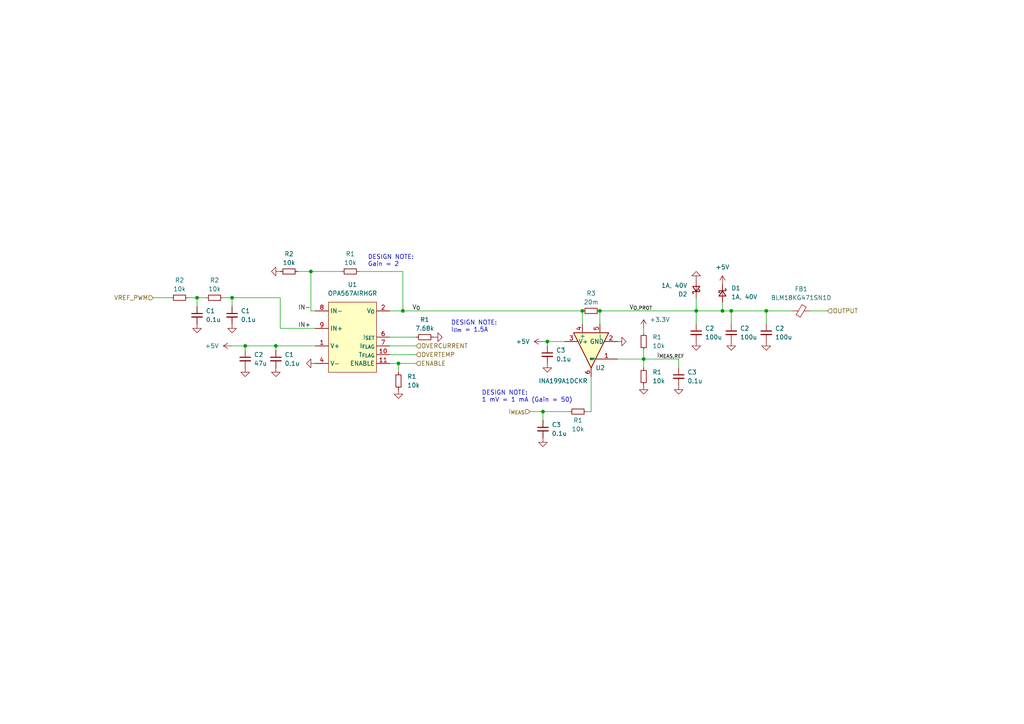
<source format=kicad_sch>
(kicad_sch (version 20230121) (generator eeschema)
  (paper "A4")
  (lib_symbols
    (symbol "Amplifier_Current:INA199xxDCK" (pin_names (offset 0.127))
      (property "Reference" "U" (at 3.81 3.81 0))
      (property "Value" "INA199xxDCK" (at 3.81 -2.54 0))
      (symbol "INA199xxDCK_0_1"
        (polyline (pts (xy 5.08 0) (xy -5.08 5.08) (xy -5.08 -5.08) (xy 5.08 0)) (stroke (width 0.254)) (fill (type background)))
      )
      (symbol "INA199xxDCK_1_1"
        (pin input line (at 2.54 -7.62 90) (length 6.35) (name "REF") (number "1"))
        (pin power_in line (at -2.54 -7.62 90) (length 3.81) (name "GND") (number "2"))
        (pin power_in line (at -2.54 7.62 270) (length 3.81) (name "V+") (number "3"))
        (pin input line (at -7.62 2.54 0) (length 2.54) (name "+") (number "4"))
        (pin input line (at -7.62 -2.54 0) (length 2.54) (name "-") (number "5"))
        (pin output line (at 7.62 0 180) (length 2.54) (name "~") (number "6"))
      )
    )
    (symbol "Device:C_Small" (pin_numbers hide) (pin_names (offset 0.254) hide)
      (property "Reference" "C" (at 0.254 1.778 0))
      (property "Value" "C_Small" (at 0.254 -2.032 0))
      (symbol "C_Small_0_1"
        (polyline (pts (xy -1.524 -0.508) (xy 1.524 -0.508)) (stroke (width 0.3302)))
        (polyline (pts (xy -1.524 0.508) (xy 1.524 0.508)) (stroke (width 0.3048)))
      )
      (symbol "C_Small_1_1"
        (pin passive line (at 0 2.54 270) (length 2.032) (name "~") (number "1"))
        (pin passive line (at 0 -2.54 90) (length 2.032) (name "~") (number "2"))
      )
    )
    (symbol "Device:D_Schottky_Small" (pin_numbers hide) (pin_names (offset 0.254) hide)
      (property "Reference" "D" (at -1.27 2.032 0))
      (property "Value" "D_Schottky_Small" (at -7.112 -2.032 0))
      (symbol "D_Schottky_Small_0_1"
        (polyline (pts (xy -0.762 0) (xy 0.762 0)))
        (polyline (pts (xy 0.762 -1.016) (xy -0.762 0) (xy 0.762 1.016) (xy 0.762 -1.016)) (stroke (width 0.254)))
        (polyline (pts (xy -1.27 0.762) (xy -1.27 1.016) (xy -0.762 1.016) (xy -0.762 -1.016) (xy -0.254 -1.016) (xy -0.254 -0.762)) (stroke (width 0.254)))
      )
      (symbol "D_Schottky_Small_1_1"
        (pin passive line (at -2.54 0 0) (length 1.778) (name "K") (number "1"))
        (pin passive line (at 2.54 0 180) (length 1.778) (name "A") (number "2"))
      )
    )
    (symbol "Device:FerriteBead_Small" (pin_numbers hide) (pin_names (offset 0))
      (property "Reference" "FB" (at 1.905 1.27 0))
      (property "Value" "FerriteBead_Small" (at 1.905 -1.27 0))
      (symbol "FerriteBead_Small_0_1"
        (polyline (pts (xy 0 -1.27) (xy 0 -0.7874)))
        (polyline (pts (xy 0 0.889) (xy 0 1.2954)))
        (polyline (pts (xy -1.8288 0.2794) (xy -1.1176 1.4986) (xy 1.8288 -0.2032) (xy 1.1176 -1.4224) (xy -1.8288 0.2794)))
      )
      (symbol "FerriteBead_Small_1_1"
        (pin passive line (at 0 2.54 270) (length 1.27) (name "~") (number "1"))
        (pin passive line (at 0 -2.54 90) (length 1.27) (name "~") (number "2"))
      )
    )
    (symbol "Device:R_Small" (pin_numbers hide) (pin_names (offset 0.254) hide)
      (property "Reference" "R" (at 0.762 0.508 0))
      (property "Value" "R_Small" (at 0.762 -1.016 0))
      (symbol "R_Small_0_1"
        (rectangle (start -0.762 1.778) (end 0.762 -1.778) (stroke (width 0.2032)))
      )
      (symbol "R_Small_1_1"
        (pin passive line (at 0 2.54 270) (length 0.762) (name "~") (number "1"))
        (pin passive line (at 0 -2.54 90) (length 0.762) (name "~") (number "2"))
      )
    )
    (symbol "opamp:OPA567"
      (property "Reference" "U" (at 7.62 1.27 0))
      (property "Value" "OPA567AIRHGR" (at 6.35 -21.59 0))
      (symbol "OPA567_1_1"
        (rectangle (start 0 0) (end 13.97 -20.32) (fill (type background)))
        (pin power_in line (at -3.81 -12.7 0) (length 3.81) (name "V+") (number "1"))
        (pin passive line (at 17.78 -15.24 180) (length 3.81) (name "T_{FLAG}") (number "10"))
        (pin passive line (at 17.78 -17.78 180) (length 3.81) (name "ENABLE") (number "11"))
        (pin passive line (at -3.81 -12.7 0) (length 3.81) hide (name "V+") (number "12"))
        (pin passive line (at -3.81 -17.78 0) (length 3.81) hide (name "V-") (number "13"))
        (pin output line (at 17.78 -2.54 180) (length 3.81) (name "V_{O}") (number "2"))
        (pin passive line (at 17.78 -2.54 180) (length 3.81) hide (name "V_{O}") (number "3"))
        (pin power_in line (at -3.81 -17.78 0) (length 3.81) (name "V-") (number "4"))
        (pin passive line (at -3.81 -17.78 0) (length 3.81) hide (name "V-") (number "5"))
        (pin passive line (at 17.78 -10.16 180) (length 3.81) (name "I_{SET}") (number "6"))
        (pin passive line (at 17.78 -12.7 180) (length 3.81) (name "I_{FLAG}") (number "7"))
        (pin passive line (at -3.81 -2.54 0) (length 3.81) (name "IN-") (number "8"))
        (pin passive line (at -3.81 -7.62 0) (length 3.81) (name "IN+") (number "9"))
      )
    )
    (symbol "power:+3.3V" (power) (pin_names (offset 0))
      (property "Value" "+3.3V" (at 0 3.556 0))
      (symbol "+3.3V_0_1"
        (polyline (pts (xy -0.762 1.27) (xy 0 2.54)))
        (polyline (pts (xy 0 0) (xy 0 2.54)))
        (polyline (pts (xy 0 2.54) (xy 0.762 1.27)))
      )
      (symbol "+3.3V_1_1"
        (pin power_in line (at 0 0 90) (length 0) hide (name "+3.3V") (number "1"))
      )
    )
    (symbol "power:+5V" (power) (pin_names (offset 0))
      (property "Value" "+5V" (at 0 3.556 0))
      (symbol "+5V_0_1"
        (polyline (pts (xy -0.762 1.27) (xy 0 2.54)))
        (polyline (pts (xy 0 0) (xy 0 2.54)))
        (polyline (pts (xy 0 2.54) (xy 0.762 1.27)))
      )
      (symbol "+5V_1_1"
        (pin power_in line (at 0 0 90) (length 0) hide (name "+5V") (number "1"))
      )
    )
    (symbol "power:GND" (power) (pin_names (offset 0))
      (property "Value" "GND" (at 0 -3.81 0))
      (symbol "GND_0_1"
        (polyline (pts (xy 0 0) (xy 0 -1.27) (xy 1.27 -1.27) (xy 0 -2.54) (xy -1.27 -1.27) (xy 0 -1.27)))
      )
      (symbol "GND_1_1"
        (pin power_in line (at 0 0 270) (length 0) hide (name "GND") (number "1"))
      )
    )
  )
  (junction (at 201.93 90.17))
  (junction (at 168.91 90.17))
  (junction (at 158.75 99.06))
  (junction (at 67.31 86.36))
  (junction (at 80.01 100.33))
  (junction (at 57.15 86.36))
  (junction (at 115.57 105.41))
  (junction (at 209.55 90.17))
  (junction (at 173.99 90.17))
  (junction (at 222.25 90.17))
  (junction (at 157.48 119.38))
  (junction (at 212.09 90.17))
  (junction (at 90.17 78.74))
  (junction (at 116.84 90.17))
  (junction (at 186.69 104.14))
  (junction (at 71.12 100.33))
  (wire (pts (xy 179.07 104.14) (xy 186.69 104.14)))
  (wire (pts (xy 196.85 104.14) (xy 196.85 106.68)))
  (wire (pts (xy 80.01 100.33) (xy 80.01 101.6)))
  (wire (pts (xy 158.75 99.06) (xy 158.75 100.33)))
  (wire (pts (xy 113.03 90.17) (xy 116.84 90.17)))
  (wire (pts (xy 157.48 119.38) (xy 165.1 119.38)))
  (wire (pts (xy 234.95 90.17) (xy 240.03 90.17)))
  (wire (pts (xy 157.48 99.06) (xy 158.75 99.06)))
  (wire (pts (xy 115.57 105.41) (xy 113.03 105.41)))
  (wire (pts (xy 54.61 86.36) (xy 57.15 86.36)))
  (wire (pts (xy 90.17 90.17) (xy 90.17 78.74)))
  (wire (pts (xy 116.84 78.74) (xy 104.14 78.74)))
  (wire (pts (xy 186.69 104.14) (xy 186.69 106.68)))
  (wire (pts (xy 170.18 119.38) (xy 171.45 119.38)))
  (wire (pts (xy 67.31 86.36) (xy 67.31 88.9)))
  (wire (pts (xy 86.36 78.74) (xy 90.17 78.74)))
  (wire (pts (xy 44.45 86.36) (xy 49.53 86.36)))
  (wire (pts (xy 186.69 104.14) (xy 196.85 104.14)))
  (wire (pts (xy 186.69 101.6) (xy 186.69 104.14)))
  (wire (pts (xy 57.15 86.36) (xy 59.69 86.36)))
  (wire (pts (xy 157.48 119.38) (xy 157.48 121.92)))
  (wire (pts (xy 212.09 90.17) (xy 212.09 93.98)))
  (wire (pts (xy 171.45 109.22) (xy 171.45 119.38)))
  (wire (pts (xy 57.15 86.36) (xy 57.15 88.9)))
  (wire (pts (xy 113.03 97.79) (xy 120.65 97.79)))
  (wire (pts (xy 222.25 90.17) (xy 222.25 93.98)))
  (wire (pts (xy 120.65 102.87) (xy 113.03 102.87)))
  (wire (pts (xy 209.55 90.17) (xy 212.09 90.17)))
  (wire (pts (xy 71.12 100.33) (xy 80.01 100.33)))
  (wire (pts (xy 81.28 95.25) (xy 91.44 95.25)))
  (wire (pts (xy 153.67 119.38) (xy 157.48 119.38)))
  (wire (pts (xy 201.93 90.17) (xy 209.55 90.17)))
  (wire (pts (xy 186.69 95.25) (xy 186.69 96.52)))
  (wire (pts (xy 168.91 90.17) (xy 168.91 93.98)))
  (wire (pts (xy 64.77 86.36) (xy 67.31 86.36)))
  (wire (pts (xy 67.31 86.36) (xy 81.28 86.36)))
  (wire (pts (xy 120.65 105.41) (xy 115.57 105.41)))
  (wire (pts (xy 81.28 86.36) (xy 81.28 95.25)))
  (wire (pts (xy 116.84 90.17) (xy 168.91 90.17)))
  (wire (pts (xy 201.93 90.17) (xy 201.93 93.98)))
  (wire (pts (xy 158.75 99.06) (xy 163.83 99.06)))
  (wire (pts (xy 71.12 100.33) (xy 71.12 101.6)))
  (wire (pts (xy 120.65 100.33) (xy 113.03 100.33)))
  (wire (pts (xy 115.57 105.41) (xy 115.57 107.95)))
  (wire (pts (xy 91.44 90.17) (xy 90.17 90.17)))
  (wire (pts (xy 212.09 90.17) (xy 222.25 90.17)))
  (wire (pts (xy 201.93 86.36) (xy 201.93 90.17)))
  (wire (pts (xy 90.17 78.74) (xy 99.06 78.74)))
  (wire (pts (xy 173.99 90.17) (xy 173.99 93.98)))
  (wire (pts (xy 67.31 100.33) (xy 71.12 100.33)))
  (wire (pts (xy 209.55 87.63) (xy 209.55 90.17)))
  (wire (pts (xy 222.25 90.17) (xy 229.87 90.17)))
  (wire (pts (xy 173.99 90.17) (xy 201.93 90.17)))
  (wire (pts (xy 116.84 90.17) (xy 116.84 78.74)))
  (wire (pts (xy 80.01 100.33) (xy 91.44 100.33)))
  (text "DESIGN NOTE:\n1 mV = 1 mA (Gain = 50)\n" (at 139.7 116.84 0) (effects (font (size 1.27 1.27)) (justify left bottom)))
  (text "DESIGN NOTE:\nI_{lim} = 1.5A" (at 130.81 96.52 0) (effects (font (size 1.27 1.27)) (justify left bottom)))
  (text "DESIGN NOTE:\nGain = 2" (at 106.68 77.47 0) (effects (font (size 1.27 1.27)) (justify left bottom)))
  (label "I_{MEAS,REF}" (at 190.5 104.14 0))
  (label "V_{O}" (at 121.92 90.17 180))
  (label "V_{O,PROT}" (at 189.23 90.17 180))
  (label "IN+" (at 90.17 95.25 180))
  (label "IN-" (at 90.17 90.17 180))
  (hierarchical_label "VREF_PWM" (shape input) (at 44.45 86.36 180))
  (hierarchical_label "OVERCURRENT" (shape input) (at 120.65 100.33 0))
  (hierarchical_label "OUTPUT" (shape input) (at 240.03 90.17 0))
  (hierarchical_label "OVERTEMP" (shape input) (at 120.65 102.87 0))
  (hierarchical_label "ENABLE" (shape input) (at 120.65 105.41 0))
  (hierarchical_label "I_{MEAS}" (shape input) (at 153.67 119.38 180))
  (symbol (lib_id "Device:FerriteBead_Small") (at 232.41 90.17 90) (unit 1)
    (property "Reference" "FB1" (at 232.3719 83.82 90))
    (property "Value" "BLM18KG471SN1D" (at 232.3719 86.36 90))
    (property "Footprint" "passive:R_0603" (effects hide))
  )
  (symbol (lib_id "power:GND") (at 71.12 106.68 0) (unit 1)
    (property "Reference" "#PWR03" (effects hide))
    (property "Value" "GND" (effects hide))
    (instances (project "battery-emulator" (path "" (reference "#PWR03") (unit 1)) (path "" (reference "#PWR02") (unit 1))))
  )
  (symbol (lib_id "Device:R_Small") (at 62.23 86.36 90) (unit 1)
    (property "Reference" "R2" (at 62.23 81.28 90))
    (property "Value" "10k" (at 62.23 83.82 90))
    (property "Footprint" "passive:R_0402" (effects hide))
    (instances (project "battery-emulator" (path "" (reference "R2") (unit 1)) (path "" (reference "R13") (unit 1))))
  )
  (symbol (lib_id "opamp:OPA567") (at 95.25 87.63 0) (unit 1)
    (property "Reference" "U1" (at 102.235 82.55 0))
    (property "Value" "OPA567AIRHGR" (at 102.235 85.09 0))
    (property "Footprint" "qfn:PVQFN-N12-1EP_5.0x5.0mm_P1.0mm_EP3.12x3.12mm" (effects hide))
    (property "Datasheet" "https://www.ti.com/lit/ds/symlink/opa567.pdf?HQS=dis-dk-null-digikeymode-dsf-pf-null-wwe&ts=1685771384465&ref_url=https%253A%252F%252Fwww.ti.com%252Fgeneral%252Fdocs%252Fsuppproductinfo.tsp%253FdistId%253D10%2526gotoUrl%253Dhttps%253A%252F%252Fwww.ti.com%252Flit%252Fgpn%252Fopa567" (effects hide))
  )
  (symbol (lib_id "power:GND") (at 201.93 99.06 0) (unit 1)
    (property "Reference" "#PWR03" (effects hide))
    (property "Value" "GND" (effects hide))
    (instances (project "battery-emulator" (path "" (reference "#PWR03") (unit 1)) (path "" (reference "#PWR062") (unit 1))))
  )
  (symbol (lib_id "Device:R_Small") (at 115.57 110.49 180) (unit 1)
    (property "Reference" "R1" (at 118.11 109.22 0) (effects (justify right)))
    (property "Value" "10k" (at 118.11 111.76 0) (effects (justify right)))
    (property "Footprint" "passive:R_0402" (effects hide))
    (instances (project "battery-emulator" (path "" (reference "R1") (unit 1)) (path "" (reference "R11") (unit 1))))
  )
  (symbol (lib_id "Device:D_Schottky_Small") (at 209.55 85.09 270) (unit 1)
    (property "Reference" "D1" (at 212.09 83.566 90) (effects (justify left)))
    (property "Value" "1A, 40V" (at 212.09 86.106 90) (effects (justify left)))
    (property "Footprint" "Diode_SMD:D_SOD-323" (effects hide))
  )
  (symbol (lib_id "Device:R_Small") (at 123.19 97.79 270) (unit 1)
    (property "Reference" "R1" (at 123.19 92.71 90))
    (property "Value" "7.68k" (at 123.19 95.25 90))
    (property "Footprint" "passive:R_0402" (effects hide))
    (instances (project "battery-emulator" (path "" (reference "R1") (unit 1)) (path "" (reference "R8") (unit 1))))
  )
  (symbol (lib_id "Device:C_Small") (at 67.31 91.44 0) (unit 1)
    (property "Reference" "C1" (at 69.85 90.1763 0) (effects (justify left)))
    (property "Value" "0.1u" (at 69.85 92.7163 0) (effects (justify left)))
    (property "Footprint" "passive:C_0402" (effects hide))
    (instances (project "battery-emulator" (path "" (reference "C1") (unit 1)) (path "" (reference "C21") (unit 1))))
  )
  (symbol (lib_id "power:+5V") (at 157.48 99.06 90) (unit 1)
    (property "Reference" "#PWR07" (effects hide))
    (property "Value" "+5V" (at 153.67 99.06 90) (effects (justify left)))
    (instances (project "battery-emulator" (path "" (reference "#PWR07") (unit 1)) (path "" (reference "#PWR06") (unit 1))))
  )
  (symbol (lib_id "power:GND") (at 91.44 105.41 270) (unit 1)
    (property "Reference" "#PWR01" (effects hide))
    (property "Value" "GND" (effects hide))
    (instances (project "battery-emulator" (path "" (reference "#PWR01") (unit 1)) (path "" (reference "#PWR05") (unit 1))))
  )
  (symbol (lib_id "power:GND") (at 158.75 105.41 0) (unit 1)
    (property "Reference" "#PWR08" (effects hide))
    (property "Value" "GND" (effects hide))
    (instances (project "battery-emulator" (path "" (reference "#PWR08") (unit 1)) (path "" (reference "#PWR07") (unit 1))))
  )
  (symbol (lib_id "Device:C_Small") (at 201.93 96.52 0) (unit 1)
    (property "Reference" "C2" (at 204.47 95.2563 0) (effects (justify left)))
    (property "Value" "100u" (at 204.47 97.7963 0) (effects (justify left)))
    (property "Footprint" "passive:C_1206" (effects hide))
    (instances (project "battery-emulator" (path "" (reference "C2") (unit 1)) (path "" (reference "C23") (unit 1))))
  )
  (symbol (lib_id "power:GND") (at 80.01 106.68 0) (unit 1)
    (property "Reference" "#PWR04" (effects hide))
    (property "Value" "GND" (effects hide))
    (instances (project "battery-emulator" (path "" (reference "#PWR04") (unit 1)) (path "" (reference "#PWR03") (unit 1))))
  )
  (symbol (lib_id "power:+5V") (at 67.31 100.33 90) (unit 1)
    (property "Reference" "#PWR02" (effects hide))
    (property "Value" "+5V" (at 63.5 100.33 90) (effects (justify left)))
    (instances (project "battery-emulator" (path "" (reference "#PWR02") (unit 1)) (path "" (reference "#PWR01") (unit 1))))
  )
  (symbol (lib_id "power:+5V") (at 209.55 82.55 0) (unit 1)
    (property "Reference" "#PWR09" (effects hide))
    (property "Value" "+5V" (at 209.55 77.47 0))
    (instances (project "battery-emulator" (path "" (reference "#PWR09") (unit 1)) (path "" (reference "#PWR010") (unit 1))))
  )
  (symbol (lib_id "power:GND") (at 81.28 78.74 270) (unit 1)
    (property "Reference" "#PWR05" (effects hide))
    (property "Value" "GND" (effects hide))
    (instances (project "battery-emulator" (path "" (reference "#PWR05") (unit 1)) (path "" (reference "#PWR04") (unit 1))))
  )
  (symbol (lib_id "Device:R_Small") (at 101.6 78.74 90) (unit 1)
    (property "Reference" "R1" (at 101.6 73.66 90))
    (property "Value" "10k" (at 101.6 76.2 90))
    (property "Footprint" "passive:R_0402" (effects hide))
    (instances (project "battery-emulator" (path "" (reference "R1") (unit 1)) (path "" (reference "R2") (unit 1))))
  )
  (symbol (lib_id "power:GND") (at 115.57 113.03 0) (unit 1)
    (property "Reference" "#PWR08" (effects hide))
    (property "Value" "GND" (effects hide))
    (instances (project "battery-emulator" (path "" (reference "#PWR08") (unit 1)) (path "" (reference "#PWR058") (unit 1))))
  )
  (symbol (lib_id "power:GND") (at 201.93 81.28 180) (unit 1)
    (property "Reference" "#PWR010" (effects hide))
    (property "Value" "GND" (effects hide))
    (instances (project "battery-emulator" (path "" (reference "#PWR010") (unit 1)) (path "" (reference "#PWR011") (unit 1))))
  )
  (symbol (lib_id "Device:C_Small") (at 57.15 91.44 0) (unit 1)
    (property "Reference" "C1" (at 59.69 90.1763 0) (effects (justify left)))
    (property "Value" "0.1u" (at 59.69 92.7163 0) (effects (justify left)))
    (property "Footprint" "passive:C_0402" (effects hide))
    (instances (project "battery-emulator" (path "" (reference "C1") (unit 1)) (path "" (reference "C20") (unit 1))))
  )
  (symbol (lib_id "Device:C_Small") (at 158.75 102.87 0) (unit 1)
    (property "Reference" "C3" (at 161.29 101.6063 0) (effects (justify left)))
    (property "Value" "0.1u" (at 161.29 104.1463 0) (effects (justify left)))
    (property "Footprint" "passive:C_0402" (effects hide))
  )
  (symbol (lib_id "power:GND") (at 125.73 97.79 90) (unit 1)
    (property "Reference" "#PWR08" (effects hide))
    (property "Value" "GND" (effects hide))
    (instances (project "battery-emulator" (path "" (reference "#PWR08") (unit 1)) (path "" (reference "#PWR019") (unit 1))))
  )
  (symbol (lib_id "power:GND") (at 212.09 99.06 0) (unit 1)
    (property "Reference" "#PWR03" (effects hide))
    (property "Value" "GND" (effects hide))
    (instances (project "battery-emulator" (path "" (reference "#PWR03") (unit 1)) (path "" (reference "#PWR09") (unit 1))))
  )
  (symbol (lib_id "Device:C_Small") (at 196.85 109.22 0) (unit 1)
    (property "Reference" "C3" (at 199.39 107.9563 0) (effects (justify left)))
    (property "Value" "0.1u" (at 199.39 110.4963 0) (effects (justify left)))
    (property "Footprint" "passive:C_0402" (effects hide))
    (instances (project "battery-emulator" (path "" (reference "C3") (unit 1)) (path "" (reference "C17") (unit 1))))
  )
  (symbol (lib_id "power:GND") (at 222.25 99.06 0) (unit 1)
    (property "Reference" "#PWR03" (effects hide))
    (property "Value" "GND" (effects hide))
    (instances (project "battery-emulator" (path "" (reference "#PWR03") (unit 1)) (path "" (reference "#PWR063") (unit 1))))
  )
  (symbol (lib_id "Device:R_Small") (at 52.07 86.36 90) (unit 1)
    (property "Reference" "R2" (at 52.07 81.28 90))
    (property "Value" "10k" (at 52.07 83.82 90))
    (property "Footprint" "passive:R_0402" (effects hide))
    (instances (project "battery-emulator" (path "" (reference "R2") (unit 1)) (path "" (reference "R12") (unit 1))))
  )
  (symbol (lib_id "power:GND") (at 179.07 99.06 90) (unit 1)
    (property "Reference" "#PWR06" (effects hide))
    (property "Value" "GND" (effects hide))
    (instances (project "battery-emulator" (path "" (reference "#PWR06") (unit 1)) (path "" (reference "#PWR08") (unit 1))))
  )
  (symbol (lib_id "Device:R_Small") (at 167.64 119.38 90) (unit 1)
    (property "Reference" "R1" (at 167.64 121.92 90))
    (property "Value" "10k" (at 167.64 124.46 90))
    (property "Footprint" "passive:R_0402" (effects hide))
    (instances (project "battery-emulator" (path "" (reference "R1") (unit 1)) (path "" (reference "R14") (unit 1))))
  )
  (symbol (lib_id "Amplifier_Current:INA199xxDCK") (at 171.45 101.6 90) (mirror x) (unit 1)
    (property "Reference" "U2" (at 172.72 106.68 90) (effects (justify right)))
    (property "Value" "INA199A1DCKR" (at 156.21 110.49 90) (effects (justify right)))
    (property "Footprint" "Package_TO_SOT_SMD:SOT-363_SC-70-6" (effects hide))
    (property "Datasheet" "http://www.ti.com/lit/ds/symlink/ina199.pdf" (effects hide))
  )
  (symbol (lib_id "Device:D_Schottky_Small") (at 201.93 83.82 90) (unit 1)
    (property "Reference" "D2" (at 199.39 85.344 90) (effects (justify left)))
    (property "Value" "1A, 40V" (at 199.39 82.804 90) (effects (justify left)))
    (property "Footprint" "Diode_SMD:D_SOD-323" (effects hide))
  )
  (symbol (lib_id "power:+3.3V") (at 186.69 95.25 0) (unit 1)
    (property "Reference" "#PWR09" (effects hide))
    (property "Value" "+3.3V" (at 194.31 92.71 0) (effects (justify right)))
    (instances (project "rs-probe" (path "" (reference "#PWR09") (unit 1))) (project "battery-emulator" (path "" (reference "#PWR035") (unit 1)) (path "" (reference "#PWR035") (unit 1))))
  )
  (symbol (lib_id "Device:C_Small") (at 222.25 96.52 0) (unit 1)
    (property "Reference" "C2" (at 224.79 95.2563 0) (effects (justify left)))
    (property "Value" "100u" (at 224.79 97.7963 0) (effects (justify left)))
    (property "Footprint" "passive:C_1206" (effects hide))
    (instances (project "battery-emulator" (path "" (reference "C2") (unit 1)) (path "" (reference "C24") (unit 1))))
  )
  (symbol (lib_id "Device:C_Small") (at 212.09 96.52 0) (unit 1)
    (property "Reference" "C2" (at 214.63 95.2563 0) (effects (justify left)))
    (property "Value" "100u" (at 214.63 97.7963 0) (effects (justify left)))
    (property "Footprint" "passive:C_1206" (effects hide))
    (instances (project "battery-emulator" (path "" (reference "C2") (unit 1)) (path "" (reference "C4") (unit 1))))
  )
  (symbol (lib_id "Device:C_Small") (at 157.48 124.46 0) (unit 1)
    (property "Reference" "C3" (at 160.02 123.1963 0) (effects (justify left)))
    (property "Value" "0.1u" (at 160.02 125.7363 0) (effects (justify left)))
    (property "Footprint" "passive:C_0402" (effects hide))
    (instances (project "battery-emulator" (path "" (reference "C3") (unit 1)) (path "" (reference "C22") (unit 1))))
  )
  (symbol (lib_id "power:GND") (at 157.48 127 0) (unit 1)
    (property "Reference" "#PWR011" (effects hide))
    (property "Value" "GND" (effects hide))
    (instances (project "battery-emulator" (path "" (reference "#PWR011") (unit 1)) (path "" (reference "#PWR059") (unit 1))))
  )
  (symbol (lib_id "Device:R_Small") (at 83.82 78.74 90) (unit 1)
    (property "Reference" "R2" (at 83.82 73.66 90))
    (property "Value" "10k" (at 83.82 76.2 90))
    (property "Footprint" "passive:R_0402" (effects hide))
    (instances (project "battery-emulator" (path "" (reference "R2") (unit 1)) (path "" (reference "R1") (unit 1))))
  )
  (symbol (lib_id "Device:C_Small") (at 80.01 104.14 0) (unit 1)
    (property "Reference" "C1" (at 82.55 102.8763 0) (effects (justify left)))
    (property "Value" "0.1u" (at 82.55 105.4163 0) (effects (justify left)))
    (property "Footprint" "passive:C_0402" (effects hide))
    (instances (project "battery-emulator" (path "" (reference "C1") (unit 1)) (path "" (reference "C2") (unit 1))))
  )
  (symbol (lib_id "Device:R_Small") (at 171.45 90.17 90) (unit 1)
    (property "Reference" "R3" (at 171.45 85.09 90))
    (property "Value" "20m" (at 171.45 87.63 90))
    (property "Footprint" "passive:R_0603" (effects hide))
  )
  (symbol (lib_id "Device:C_Small") (at 71.12 104.14 0) (unit 1)
    (property "Reference" "C2" (at 73.66 102.8763 0) (effects (justify left)))
    (property "Value" "47u" (at 73.66 105.4163 0) (effects (justify left)))
    (property "Footprint" "passive:C_1206" (effects hide))
    (instances (project "battery-emulator" (path "" (reference "C2") (unit 1)) (path "" (reference "C1") (unit 1))))
  )
  (symbol (lib_id "power:GND") (at 67.31 93.98 0) (unit 1)
    (property "Reference" "#PWR03" (effects hide))
    (property "Value" "GND" (effects hide))
    (instances (project "battery-emulator" (path "" (reference "#PWR03") (unit 1)) (path "" (reference "#PWR057") (unit 1))))
  )
  (symbol (lib_id "power:GND") (at 57.15 93.98 0) (unit 1)
    (property "Reference" "#PWR03" (effects hide))
    (property "Value" "GND" (effects hide))
    (instances (project "battery-emulator" (path "" (reference "#PWR03") (unit 1)) (path "" (reference "#PWR056") (unit 1))))
  )
  (symbol (lib_id "Device:R_Small") (at 186.69 109.22 180) (unit 1)
    (property "Reference" "R1" (at 189.23 107.95 0) (effects (justify right)))
    (property "Value" "10k" (at 189.23 110.49 0) (effects (justify right)))
    (property "Footprint" "passive:R_0402" (effects hide))
    (instances (project "battery-emulator" (path "" (reference "R1") (unit 1)) (path "" (reference "R10") (unit 1))))
  )
  (symbol (lib_id "Device:R_Small") (at 186.69 99.06 180) (unit 1)
    (property "Reference" "R1" (at 189.23 97.79 0) (effects (justify right)))
    (property "Value" "10k" (at 189.23 100.33 0) (effects (justify right)))
    (property "Footprint" "passive:R_0402" (effects hide))
    (instances (project "battery-emulator" (path "" (reference "R1") (unit 1)) (path "" (reference "R9") (unit 1))))
  )
  (symbol (lib_id "power:GND") (at 196.85 111.76 0) (unit 1)
    (property "Reference" "#PWR011" (effects hide))
    (property "Value" "GND" (effects hide))
    (instances (project "battery-emulator" (path "" (reference "#PWR011") (unit 1)) (path "" (reference "#PWR050") (unit 1))))
  )
  (symbol (lib_id "power:GND") (at 186.69 111.76 0) (unit 1)
    (property "Reference" "#PWR011" (effects hide))
    (property "Value" "GND" (effects hide))
    (instances (project "battery-emulator" (path "" (reference "#PWR011") (unit 1)) (path "" (reference "#PWR037") (unit 1))))
  )
)
</source>
